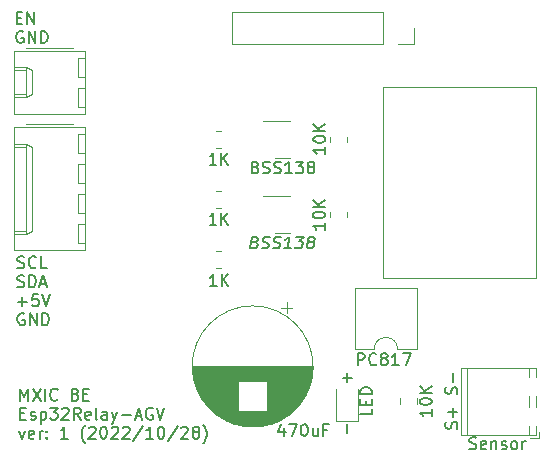
<source format=gbr>
%TF.GenerationSoftware,KiCad,Pcbnew,(6.0.8-1)-1*%
%TF.CreationDate,2022-10-27T21:51:23+08:00*%
%TF.ProjectId,Esp32_AGV_Relay,45737033-325f-4414-9756-5f52656c6179,rev?*%
%TF.SameCoordinates,Original*%
%TF.FileFunction,Legend,Top*%
%TF.FilePolarity,Positive*%
%FSLAX46Y46*%
G04 Gerber Fmt 4.6, Leading zero omitted, Abs format (unit mm)*
G04 Created by KiCad (PCBNEW (6.0.8-1)-1) date 2022-10-27 21:51:23*
%MOMM*%
%LPD*%
G01*
G04 APERTURE LIST*
%ADD10C,0.150000*%
%ADD11C,0.120000*%
G04 APERTURE END LIST*
D10*
X120045595Y-124952380D02*
X120045595Y-123952380D01*
X120378928Y-124666666D01*
X120712261Y-123952380D01*
X120712261Y-124952380D01*
X121093214Y-123952380D02*
X121759880Y-124952380D01*
X121759880Y-123952380D02*
X121093214Y-124952380D01*
X122140833Y-124952380D02*
X122140833Y-123952380D01*
X123188452Y-124857142D02*
X123140833Y-124904761D01*
X122997976Y-124952380D01*
X122902738Y-124952380D01*
X122759880Y-124904761D01*
X122664642Y-124809523D01*
X122617023Y-124714285D01*
X122569404Y-124523809D01*
X122569404Y-124380952D01*
X122617023Y-124190476D01*
X122664642Y-124095238D01*
X122759880Y-124000000D01*
X122902738Y-123952380D01*
X122997976Y-123952380D01*
X123140833Y-124000000D01*
X123188452Y-124047619D01*
X124712261Y-124428571D02*
X124855119Y-124476190D01*
X124902738Y-124523809D01*
X124950357Y-124619047D01*
X124950357Y-124761904D01*
X124902738Y-124857142D01*
X124855119Y-124904761D01*
X124759880Y-124952380D01*
X124378928Y-124952380D01*
X124378928Y-123952380D01*
X124712261Y-123952380D01*
X124807500Y-124000000D01*
X124855119Y-124047619D01*
X124902738Y-124142857D01*
X124902738Y-124238095D01*
X124855119Y-124333333D01*
X124807500Y-124380952D01*
X124712261Y-124428571D01*
X124378928Y-124428571D01*
X125378928Y-124428571D02*
X125712261Y-124428571D01*
X125855119Y-124952380D02*
X125378928Y-124952380D01*
X125378928Y-123952380D01*
X125855119Y-123952380D01*
X120045595Y-126038571D02*
X120378928Y-126038571D01*
X120521785Y-126562380D02*
X120045595Y-126562380D01*
X120045595Y-125562380D01*
X120521785Y-125562380D01*
X120902738Y-126514761D02*
X120997976Y-126562380D01*
X121188452Y-126562380D01*
X121283690Y-126514761D01*
X121331309Y-126419523D01*
X121331309Y-126371904D01*
X121283690Y-126276666D01*
X121188452Y-126229047D01*
X121045595Y-126229047D01*
X120950357Y-126181428D01*
X120902738Y-126086190D01*
X120902738Y-126038571D01*
X120950357Y-125943333D01*
X121045595Y-125895714D01*
X121188452Y-125895714D01*
X121283690Y-125943333D01*
X121759880Y-125895714D02*
X121759880Y-126895714D01*
X121759880Y-125943333D02*
X121855119Y-125895714D01*
X122045595Y-125895714D01*
X122140833Y-125943333D01*
X122188452Y-125990952D01*
X122236071Y-126086190D01*
X122236071Y-126371904D01*
X122188452Y-126467142D01*
X122140833Y-126514761D01*
X122045595Y-126562380D01*
X121855119Y-126562380D01*
X121759880Y-126514761D01*
X122569404Y-125562380D02*
X123188452Y-125562380D01*
X122855119Y-125943333D01*
X122997976Y-125943333D01*
X123093214Y-125990952D01*
X123140833Y-126038571D01*
X123188452Y-126133809D01*
X123188452Y-126371904D01*
X123140833Y-126467142D01*
X123093214Y-126514761D01*
X122997976Y-126562380D01*
X122712261Y-126562380D01*
X122617023Y-126514761D01*
X122569404Y-126467142D01*
X123569404Y-125657619D02*
X123617023Y-125610000D01*
X123712261Y-125562380D01*
X123950357Y-125562380D01*
X124045595Y-125610000D01*
X124093214Y-125657619D01*
X124140833Y-125752857D01*
X124140833Y-125848095D01*
X124093214Y-125990952D01*
X123521785Y-126562380D01*
X124140833Y-126562380D01*
X125140833Y-126562380D02*
X124807500Y-126086190D01*
X124569404Y-126562380D02*
X124569404Y-125562380D01*
X124950357Y-125562380D01*
X125045595Y-125610000D01*
X125093214Y-125657619D01*
X125140833Y-125752857D01*
X125140833Y-125895714D01*
X125093214Y-125990952D01*
X125045595Y-126038571D01*
X124950357Y-126086190D01*
X124569404Y-126086190D01*
X125950357Y-126514761D02*
X125855119Y-126562380D01*
X125664642Y-126562380D01*
X125569404Y-126514761D01*
X125521785Y-126419523D01*
X125521785Y-126038571D01*
X125569404Y-125943333D01*
X125664642Y-125895714D01*
X125855119Y-125895714D01*
X125950357Y-125943333D01*
X125997976Y-126038571D01*
X125997976Y-126133809D01*
X125521785Y-126229047D01*
X126569404Y-126562380D02*
X126474166Y-126514761D01*
X126426547Y-126419523D01*
X126426547Y-125562380D01*
X127378928Y-126562380D02*
X127378928Y-126038571D01*
X127331309Y-125943333D01*
X127236071Y-125895714D01*
X127045595Y-125895714D01*
X126950357Y-125943333D01*
X127378928Y-126514761D02*
X127283690Y-126562380D01*
X127045595Y-126562380D01*
X126950357Y-126514761D01*
X126902738Y-126419523D01*
X126902738Y-126324285D01*
X126950357Y-126229047D01*
X127045595Y-126181428D01*
X127283690Y-126181428D01*
X127378928Y-126133809D01*
X127759880Y-125895714D02*
X127997976Y-126562380D01*
X128236071Y-125895714D02*
X127997976Y-126562380D01*
X127902738Y-126800476D01*
X127855119Y-126848095D01*
X127759880Y-126895714D01*
X128617023Y-126181428D02*
X129378928Y-126181428D01*
X129807500Y-126276666D02*
X130283690Y-126276666D01*
X129712261Y-126562380D02*
X130045595Y-125562380D01*
X130378928Y-126562380D01*
X131236071Y-125610000D02*
X131140833Y-125562380D01*
X130997976Y-125562380D01*
X130855119Y-125610000D01*
X130759880Y-125705238D01*
X130712261Y-125800476D01*
X130664642Y-125990952D01*
X130664642Y-126133809D01*
X130712261Y-126324285D01*
X130759880Y-126419523D01*
X130855119Y-126514761D01*
X130997976Y-126562380D01*
X131093214Y-126562380D01*
X131236071Y-126514761D01*
X131283690Y-126467142D01*
X131283690Y-126133809D01*
X131093214Y-126133809D01*
X131569404Y-125562380D02*
X131902738Y-126562380D01*
X132236071Y-125562380D01*
X119950357Y-127505714D02*
X120188452Y-128172380D01*
X120426547Y-127505714D01*
X121188452Y-128124761D02*
X121093214Y-128172380D01*
X120902738Y-128172380D01*
X120807500Y-128124761D01*
X120759880Y-128029523D01*
X120759880Y-127648571D01*
X120807500Y-127553333D01*
X120902738Y-127505714D01*
X121093214Y-127505714D01*
X121188452Y-127553333D01*
X121236071Y-127648571D01*
X121236071Y-127743809D01*
X120759880Y-127839047D01*
X121664642Y-128172380D02*
X121664642Y-127505714D01*
X121664642Y-127696190D02*
X121712261Y-127600952D01*
X121759880Y-127553333D01*
X121855119Y-127505714D01*
X121950357Y-127505714D01*
X122283690Y-128077142D02*
X122331309Y-128124761D01*
X122283690Y-128172380D01*
X122236071Y-128124761D01*
X122283690Y-128077142D01*
X122283690Y-128172380D01*
X122283690Y-127553333D02*
X122331309Y-127600952D01*
X122283690Y-127648571D01*
X122236071Y-127600952D01*
X122283690Y-127553333D01*
X122283690Y-127648571D01*
X124045595Y-128172380D02*
X123474166Y-128172380D01*
X123759880Y-128172380D02*
X123759880Y-127172380D01*
X123664642Y-127315238D01*
X123569404Y-127410476D01*
X123474166Y-127458095D01*
X125521785Y-128553333D02*
X125474166Y-128505714D01*
X125378928Y-128362857D01*
X125331309Y-128267619D01*
X125283690Y-128124761D01*
X125236071Y-127886666D01*
X125236071Y-127696190D01*
X125283690Y-127458095D01*
X125331309Y-127315238D01*
X125378928Y-127220000D01*
X125474166Y-127077142D01*
X125521785Y-127029523D01*
X125855119Y-127267619D02*
X125902738Y-127220000D01*
X125997976Y-127172380D01*
X126236071Y-127172380D01*
X126331309Y-127220000D01*
X126378928Y-127267619D01*
X126426547Y-127362857D01*
X126426547Y-127458095D01*
X126378928Y-127600952D01*
X125807500Y-128172380D01*
X126426547Y-128172380D01*
X127045595Y-127172380D02*
X127140833Y-127172380D01*
X127236071Y-127220000D01*
X127283690Y-127267619D01*
X127331309Y-127362857D01*
X127378928Y-127553333D01*
X127378928Y-127791428D01*
X127331309Y-127981904D01*
X127283690Y-128077142D01*
X127236071Y-128124761D01*
X127140833Y-128172380D01*
X127045595Y-128172380D01*
X126950357Y-128124761D01*
X126902738Y-128077142D01*
X126855119Y-127981904D01*
X126807500Y-127791428D01*
X126807500Y-127553333D01*
X126855119Y-127362857D01*
X126902738Y-127267619D01*
X126950357Y-127220000D01*
X127045595Y-127172380D01*
X127759880Y-127267619D02*
X127807500Y-127220000D01*
X127902738Y-127172380D01*
X128140833Y-127172380D01*
X128236071Y-127220000D01*
X128283690Y-127267619D01*
X128331309Y-127362857D01*
X128331309Y-127458095D01*
X128283690Y-127600952D01*
X127712261Y-128172380D01*
X128331309Y-128172380D01*
X128712261Y-127267619D02*
X128759880Y-127220000D01*
X128855119Y-127172380D01*
X129093214Y-127172380D01*
X129188452Y-127220000D01*
X129236071Y-127267619D01*
X129283690Y-127362857D01*
X129283690Y-127458095D01*
X129236071Y-127600952D01*
X128664642Y-128172380D01*
X129283690Y-128172380D01*
X130426547Y-127124761D02*
X129569404Y-128410476D01*
X131283690Y-128172380D02*
X130712261Y-128172380D01*
X130997976Y-128172380D02*
X130997976Y-127172380D01*
X130902738Y-127315238D01*
X130807500Y-127410476D01*
X130712261Y-127458095D01*
X131902738Y-127172380D02*
X131997976Y-127172380D01*
X132093214Y-127220000D01*
X132140833Y-127267619D01*
X132188452Y-127362857D01*
X132236071Y-127553333D01*
X132236071Y-127791428D01*
X132188452Y-127981904D01*
X132140833Y-128077142D01*
X132093214Y-128124761D01*
X131997976Y-128172380D01*
X131902738Y-128172380D01*
X131807500Y-128124761D01*
X131759880Y-128077142D01*
X131712261Y-127981904D01*
X131664642Y-127791428D01*
X131664642Y-127553333D01*
X131712261Y-127362857D01*
X131759880Y-127267619D01*
X131807500Y-127220000D01*
X131902738Y-127172380D01*
X133378928Y-127124761D02*
X132521785Y-128410476D01*
X133664642Y-127267619D02*
X133712261Y-127220000D01*
X133807500Y-127172380D01*
X134045595Y-127172380D01*
X134140833Y-127220000D01*
X134188452Y-127267619D01*
X134236071Y-127362857D01*
X134236071Y-127458095D01*
X134188452Y-127600952D01*
X133617023Y-128172380D01*
X134236071Y-128172380D01*
X134807500Y-127600952D02*
X134712261Y-127553333D01*
X134664642Y-127505714D01*
X134617023Y-127410476D01*
X134617023Y-127362857D01*
X134664642Y-127267619D01*
X134712261Y-127220000D01*
X134807500Y-127172380D01*
X134997976Y-127172380D01*
X135093214Y-127220000D01*
X135140833Y-127267619D01*
X135188452Y-127362857D01*
X135188452Y-127410476D01*
X135140833Y-127505714D01*
X135093214Y-127553333D01*
X134997976Y-127600952D01*
X134807500Y-127600952D01*
X134712261Y-127648571D01*
X134664642Y-127696190D01*
X134617023Y-127791428D01*
X134617023Y-127981904D01*
X134664642Y-128077142D01*
X134712261Y-128124761D01*
X134807500Y-128172380D01*
X134997976Y-128172380D01*
X135093214Y-128124761D01*
X135140833Y-128077142D01*
X135188452Y-127981904D01*
X135188452Y-127791428D01*
X135140833Y-127696190D01*
X135093214Y-127648571D01*
X134997976Y-127600952D01*
X135521785Y-128553333D02*
X135569404Y-128505714D01*
X135664642Y-128362857D01*
X135712261Y-128267619D01*
X135759880Y-128124761D01*
X135807500Y-127886666D01*
X135807500Y-127696190D01*
X135759880Y-127458095D01*
X135712261Y-127315238D01*
X135664642Y-127220000D01*
X135569404Y-127077142D01*
X135521785Y-127029523D01*
X119787976Y-113689761D02*
X119930833Y-113737380D01*
X120168928Y-113737380D01*
X120264166Y-113689761D01*
X120311785Y-113642142D01*
X120359404Y-113546904D01*
X120359404Y-113451666D01*
X120311785Y-113356428D01*
X120264166Y-113308809D01*
X120168928Y-113261190D01*
X119978452Y-113213571D01*
X119883214Y-113165952D01*
X119835595Y-113118333D01*
X119787976Y-113023095D01*
X119787976Y-112927857D01*
X119835595Y-112832619D01*
X119883214Y-112785000D01*
X119978452Y-112737380D01*
X120216547Y-112737380D01*
X120359404Y-112785000D01*
X121359404Y-113642142D02*
X121311785Y-113689761D01*
X121168928Y-113737380D01*
X121073690Y-113737380D01*
X120930833Y-113689761D01*
X120835595Y-113594523D01*
X120787976Y-113499285D01*
X120740357Y-113308809D01*
X120740357Y-113165952D01*
X120787976Y-112975476D01*
X120835595Y-112880238D01*
X120930833Y-112785000D01*
X121073690Y-112737380D01*
X121168928Y-112737380D01*
X121311785Y-112785000D01*
X121359404Y-112832619D01*
X122264166Y-113737380D02*
X121787976Y-113737380D01*
X121787976Y-112737380D01*
X119787976Y-115299761D02*
X119930833Y-115347380D01*
X120168928Y-115347380D01*
X120264166Y-115299761D01*
X120311785Y-115252142D01*
X120359404Y-115156904D01*
X120359404Y-115061666D01*
X120311785Y-114966428D01*
X120264166Y-114918809D01*
X120168928Y-114871190D01*
X119978452Y-114823571D01*
X119883214Y-114775952D01*
X119835595Y-114728333D01*
X119787976Y-114633095D01*
X119787976Y-114537857D01*
X119835595Y-114442619D01*
X119883214Y-114395000D01*
X119978452Y-114347380D01*
X120216547Y-114347380D01*
X120359404Y-114395000D01*
X120787976Y-115347380D02*
X120787976Y-114347380D01*
X121026071Y-114347380D01*
X121168928Y-114395000D01*
X121264166Y-114490238D01*
X121311785Y-114585476D01*
X121359404Y-114775952D01*
X121359404Y-114918809D01*
X121311785Y-115109285D01*
X121264166Y-115204523D01*
X121168928Y-115299761D01*
X121026071Y-115347380D01*
X120787976Y-115347380D01*
X121740357Y-115061666D02*
X122216547Y-115061666D01*
X121645119Y-115347380D02*
X121978452Y-114347380D01*
X122311785Y-115347380D01*
X119835595Y-116576428D02*
X120597500Y-116576428D01*
X120216547Y-116957380D02*
X120216547Y-116195476D01*
X121549880Y-115957380D02*
X121073690Y-115957380D01*
X121026071Y-116433571D01*
X121073690Y-116385952D01*
X121168928Y-116338333D01*
X121407023Y-116338333D01*
X121502261Y-116385952D01*
X121549880Y-116433571D01*
X121597500Y-116528809D01*
X121597500Y-116766904D01*
X121549880Y-116862142D01*
X121502261Y-116909761D01*
X121407023Y-116957380D01*
X121168928Y-116957380D01*
X121073690Y-116909761D01*
X121026071Y-116862142D01*
X121883214Y-115957380D02*
X122216547Y-116957380D01*
X122549880Y-115957380D01*
X120359404Y-117615000D02*
X120264166Y-117567380D01*
X120121309Y-117567380D01*
X119978452Y-117615000D01*
X119883214Y-117710238D01*
X119835595Y-117805476D01*
X119787976Y-117995952D01*
X119787976Y-118138809D01*
X119835595Y-118329285D01*
X119883214Y-118424523D01*
X119978452Y-118519761D01*
X120121309Y-118567380D01*
X120216547Y-118567380D01*
X120359404Y-118519761D01*
X120407023Y-118472142D01*
X120407023Y-118138809D01*
X120216547Y-118138809D01*
X120835595Y-118567380D02*
X120835595Y-117567380D01*
X121407023Y-118567380D01*
X121407023Y-117567380D01*
X121883214Y-118567380D02*
X121883214Y-117567380D01*
X122121309Y-117567380D01*
X122264166Y-117615000D01*
X122359404Y-117710238D01*
X122407023Y-117805476D01*
X122454642Y-117995952D01*
X122454642Y-118138809D01*
X122407023Y-118329285D01*
X122359404Y-118424523D01*
X122264166Y-118519761D01*
X122121309Y-118567380D01*
X121883214Y-118567380D01*
X119735595Y-92523571D02*
X120068928Y-92523571D01*
X120211785Y-93047380D02*
X119735595Y-93047380D01*
X119735595Y-92047380D01*
X120211785Y-92047380D01*
X120640357Y-93047380D02*
X120640357Y-92047380D01*
X121211785Y-93047380D01*
X121211785Y-92047380D01*
X120259404Y-93705000D02*
X120164166Y-93657380D01*
X120021309Y-93657380D01*
X119878452Y-93705000D01*
X119783214Y-93800238D01*
X119735595Y-93895476D01*
X119687976Y-94085952D01*
X119687976Y-94228809D01*
X119735595Y-94419285D01*
X119783214Y-94514523D01*
X119878452Y-94609761D01*
X120021309Y-94657380D01*
X120116547Y-94657380D01*
X120259404Y-94609761D01*
X120307023Y-94562142D01*
X120307023Y-94228809D01*
X120116547Y-94228809D01*
X120735595Y-94657380D02*
X120735595Y-93657380D01*
X121307023Y-94657380D01*
X121307023Y-93657380D01*
X121783214Y-94657380D02*
X121783214Y-93657380D01*
X122021309Y-93657380D01*
X122164166Y-93705000D01*
X122259404Y-93800238D01*
X122307023Y-93895476D01*
X122354642Y-94085952D01*
X122354642Y-94228809D01*
X122307023Y-94419285D01*
X122259404Y-94514523D01*
X122164166Y-94609761D01*
X122021309Y-94657380D01*
X121783214Y-94657380D01*
X156984761Y-127330952D02*
X157032380Y-127188095D01*
X157032380Y-126950000D01*
X156984761Y-126854761D01*
X156937142Y-126807142D01*
X156841904Y-126759523D01*
X156746666Y-126759523D01*
X156651428Y-126807142D01*
X156603809Y-126854761D01*
X156556190Y-126950000D01*
X156508571Y-127140476D01*
X156460952Y-127235714D01*
X156413333Y-127283333D01*
X156318095Y-127330952D01*
X156222857Y-127330952D01*
X156127619Y-127283333D01*
X156080000Y-127235714D01*
X156032380Y-127140476D01*
X156032380Y-126902380D01*
X156080000Y-126759523D01*
X156651428Y-126330952D02*
X156651428Y-125569047D01*
X157032380Y-125950000D02*
X156270476Y-125950000D01*
X156984761Y-124378571D02*
X157032380Y-124235714D01*
X157032380Y-123997619D01*
X156984761Y-123902380D01*
X156937142Y-123854761D01*
X156841904Y-123807142D01*
X156746666Y-123807142D01*
X156651428Y-123854761D01*
X156603809Y-123902380D01*
X156556190Y-123997619D01*
X156508571Y-124188095D01*
X156460952Y-124283333D01*
X156413333Y-124330952D01*
X156318095Y-124378571D01*
X156222857Y-124378571D01*
X156127619Y-124330952D01*
X156080000Y-124283333D01*
X156032380Y-124188095D01*
X156032380Y-123950000D01*
X156080000Y-123807142D01*
X156651428Y-123378571D02*
X156651428Y-122616666D01*
X147701428Y-127693809D02*
X147701428Y-126931904D01*
X147701428Y-123408095D02*
X147701428Y-122646190D01*
X148082380Y-123027142D02*
X147320476Y-123027142D01*
%TO.C,J1*%
X158066666Y-129014761D02*
X158209523Y-129062380D01*
X158447619Y-129062380D01*
X158542857Y-129014761D01*
X158590476Y-128967142D01*
X158638095Y-128871904D01*
X158638095Y-128776666D01*
X158590476Y-128681428D01*
X158542857Y-128633809D01*
X158447619Y-128586190D01*
X158257142Y-128538571D01*
X158161904Y-128490952D01*
X158114285Y-128443333D01*
X158066666Y-128348095D01*
X158066666Y-128252857D01*
X158114285Y-128157619D01*
X158161904Y-128110000D01*
X158257142Y-128062380D01*
X158495238Y-128062380D01*
X158638095Y-128110000D01*
X159447619Y-129014761D02*
X159352380Y-129062380D01*
X159161904Y-129062380D01*
X159066666Y-129014761D01*
X159019047Y-128919523D01*
X159019047Y-128538571D01*
X159066666Y-128443333D01*
X159161904Y-128395714D01*
X159352380Y-128395714D01*
X159447619Y-128443333D01*
X159495238Y-128538571D01*
X159495238Y-128633809D01*
X159019047Y-128729047D01*
X159923809Y-128395714D02*
X159923809Y-129062380D01*
X159923809Y-128490952D02*
X159971428Y-128443333D01*
X160066666Y-128395714D01*
X160209523Y-128395714D01*
X160304761Y-128443333D01*
X160352380Y-128538571D01*
X160352380Y-129062380D01*
X160780952Y-129014761D02*
X160876190Y-129062380D01*
X161066666Y-129062380D01*
X161161904Y-129014761D01*
X161209523Y-128919523D01*
X161209523Y-128871904D01*
X161161904Y-128776666D01*
X161066666Y-128729047D01*
X160923809Y-128729047D01*
X160828571Y-128681428D01*
X160780952Y-128586190D01*
X160780952Y-128538571D01*
X160828571Y-128443333D01*
X160923809Y-128395714D01*
X161066666Y-128395714D01*
X161161904Y-128443333D01*
X161780952Y-129062380D02*
X161685714Y-129014761D01*
X161638095Y-128967142D01*
X161590476Y-128871904D01*
X161590476Y-128586190D01*
X161638095Y-128490952D01*
X161685714Y-128443333D01*
X161780952Y-128395714D01*
X161923809Y-128395714D01*
X162019047Y-128443333D01*
X162066666Y-128490952D01*
X162114285Y-128586190D01*
X162114285Y-128871904D01*
X162066666Y-128967142D01*
X162019047Y-129014761D01*
X161923809Y-129062380D01*
X161780952Y-129062380D01*
X162542857Y-129062380D02*
X162542857Y-128395714D01*
X162542857Y-128586190D02*
X162590476Y-128490952D01*
X162638095Y-128443333D01*
X162733333Y-128395714D01*
X162828571Y-128395714D01*
%TO.C,R3*%
X145802380Y-109910476D02*
X145802380Y-110481904D01*
X145802380Y-110196190D02*
X144802380Y-110196190D01*
X144945238Y-110291428D01*
X145040476Y-110386666D01*
X145088095Y-110481904D01*
X144802380Y-109291428D02*
X144802380Y-109196190D01*
X144850000Y-109100952D01*
X144897619Y-109053333D01*
X144992857Y-109005714D01*
X145183333Y-108958095D01*
X145421428Y-108958095D01*
X145611904Y-109005714D01*
X145707142Y-109053333D01*
X145754761Y-109100952D01*
X145802380Y-109196190D01*
X145802380Y-109291428D01*
X145754761Y-109386666D01*
X145707142Y-109434285D01*
X145611904Y-109481904D01*
X145421428Y-109529523D01*
X145183333Y-109529523D01*
X144992857Y-109481904D01*
X144897619Y-109434285D01*
X144850000Y-109386666D01*
X144802380Y-109291428D01*
X145802380Y-108529523D02*
X144802380Y-108529523D01*
X145802380Y-107958095D02*
X145230952Y-108386666D01*
X144802380Y-107958095D02*
X145373809Y-108529523D01*
%TO.C,R4*%
X136625714Y-110052380D02*
X136054285Y-110052380D01*
X136340000Y-110052380D02*
X136340000Y-109052380D01*
X136244761Y-109195238D01*
X136149523Y-109290476D01*
X136054285Y-109338095D01*
X137054285Y-110052380D02*
X137054285Y-109052380D01*
X137625714Y-110052380D02*
X137197142Y-109480952D01*
X137625714Y-109052380D02*
X137054285Y-109623809D01*
%TO.C,R5*%
X145852380Y-103490476D02*
X145852380Y-104061904D01*
X145852380Y-103776190D02*
X144852380Y-103776190D01*
X144995238Y-103871428D01*
X145090476Y-103966666D01*
X145138095Y-104061904D01*
X144852380Y-102871428D02*
X144852380Y-102776190D01*
X144900000Y-102680952D01*
X144947619Y-102633333D01*
X145042857Y-102585714D01*
X145233333Y-102538095D01*
X145471428Y-102538095D01*
X145661904Y-102585714D01*
X145757142Y-102633333D01*
X145804761Y-102680952D01*
X145852380Y-102776190D01*
X145852380Y-102871428D01*
X145804761Y-102966666D01*
X145757142Y-103014285D01*
X145661904Y-103061904D01*
X145471428Y-103109523D01*
X145233333Y-103109523D01*
X145042857Y-103061904D01*
X144947619Y-103014285D01*
X144900000Y-102966666D01*
X144852380Y-102871428D01*
X145852380Y-102109523D02*
X144852380Y-102109523D01*
X145852380Y-101538095D02*
X145280952Y-101966666D01*
X144852380Y-101538095D02*
X145423809Y-102109523D01*
%TO.C,R6*%
X136625714Y-104972380D02*
X136054285Y-104972380D01*
X136340000Y-104972380D02*
X136340000Y-103972380D01*
X136244761Y-104115238D01*
X136149523Y-104210476D01*
X136054285Y-104258095D01*
X137054285Y-104972380D02*
X137054285Y-103972380D01*
X137625714Y-104972380D02*
X137197142Y-104400952D01*
X137625714Y-103972380D02*
X137054285Y-104543809D01*
%TO.C,Q2*%
X139942976Y-105198571D02*
X140085833Y-105246190D01*
X140133452Y-105293809D01*
X140181071Y-105389047D01*
X140181071Y-105531904D01*
X140133452Y-105627142D01*
X140085833Y-105674761D01*
X139990595Y-105722380D01*
X139609642Y-105722380D01*
X139609642Y-104722380D01*
X139942976Y-104722380D01*
X140038214Y-104770000D01*
X140085833Y-104817619D01*
X140133452Y-104912857D01*
X140133452Y-105008095D01*
X140085833Y-105103333D01*
X140038214Y-105150952D01*
X139942976Y-105198571D01*
X139609642Y-105198571D01*
X140562023Y-105674761D02*
X140704880Y-105722380D01*
X140942976Y-105722380D01*
X141038214Y-105674761D01*
X141085833Y-105627142D01*
X141133452Y-105531904D01*
X141133452Y-105436666D01*
X141085833Y-105341428D01*
X141038214Y-105293809D01*
X140942976Y-105246190D01*
X140752500Y-105198571D01*
X140657261Y-105150952D01*
X140609642Y-105103333D01*
X140562023Y-105008095D01*
X140562023Y-104912857D01*
X140609642Y-104817619D01*
X140657261Y-104770000D01*
X140752500Y-104722380D01*
X140990595Y-104722380D01*
X141133452Y-104770000D01*
X141514404Y-105674761D02*
X141657261Y-105722380D01*
X141895357Y-105722380D01*
X141990595Y-105674761D01*
X142038214Y-105627142D01*
X142085833Y-105531904D01*
X142085833Y-105436666D01*
X142038214Y-105341428D01*
X141990595Y-105293809D01*
X141895357Y-105246190D01*
X141704880Y-105198571D01*
X141609642Y-105150952D01*
X141562023Y-105103333D01*
X141514404Y-105008095D01*
X141514404Y-104912857D01*
X141562023Y-104817619D01*
X141609642Y-104770000D01*
X141704880Y-104722380D01*
X141942976Y-104722380D01*
X142085833Y-104770000D01*
X143038214Y-105722380D02*
X142466785Y-105722380D01*
X142752500Y-105722380D02*
X142752500Y-104722380D01*
X142657261Y-104865238D01*
X142562023Y-104960476D01*
X142466785Y-105008095D01*
X143371547Y-104722380D02*
X143990595Y-104722380D01*
X143657261Y-105103333D01*
X143800119Y-105103333D01*
X143895357Y-105150952D01*
X143942976Y-105198571D01*
X143990595Y-105293809D01*
X143990595Y-105531904D01*
X143942976Y-105627142D01*
X143895357Y-105674761D01*
X143800119Y-105722380D01*
X143514404Y-105722380D01*
X143419166Y-105674761D01*
X143371547Y-105627142D01*
X144562023Y-105150952D02*
X144466785Y-105103333D01*
X144419166Y-105055714D01*
X144371547Y-104960476D01*
X144371547Y-104912857D01*
X144419166Y-104817619D01*
X144466785Y-104770000D01*
X144562023Y-104722380D01*
X144752500Y-104722380D01*
X144847738Y-104770000D01*
X144895357Y-104817619D01*
X144942976Y-104912857D01*
X144942976Y-104960476D01*
X144895357Y-105055714D01*
X144847738Y-105103333D01*
X144752500Y-105150952D01*
X144562023Y-105150952D01*
X144466785Y-105198571D01*
X144419166Y-105246190D01*
X144371547Y-105341428D01*
X144371547Y-105531904D01*
X144419166Y-105627142D01*
X144466785Y-105674761D01*
X144562023Y-105722380D01*
X144752500Y-105722380D01*
X144847738Y-105674761D01*
X144895357Y-105627142D01*
X144942976Y-105531904D01*
X144942976Y-105341428D01*
X144895357Y-105246190D01*
X144847738Y-105198571D01*
X144752500Y-105150952D01*
%TO.C,R2*%
X136651245Y-115245140D02*
X136079816Y-115245140D01*
X136365531Y-115245140D02*
X136365531Y-114245140D01*
X136270292Y-114387998D01*
X136175054Y-114483236D01*
X136079816Y-114530855D01*
X137079816Y-115245140D02*
X137079816Y-114245140D01*
X137651245Y-115245140D02*
X137222673Y-114673712D01*
X137651245Y-114245140D02*
X137079816Y-114816569D01*
%TO.C,R1*%
X154852380Y-125690476D02*
X154852380Y-126261904D01*
X154852380Y-125976190D02*
X153852380Y-125976190D01*
X153995238Y-126071428D01*
X154090476Y-126166666D01*
X154138095Y-126261904D01*
X153852380Y-125071428D02*
X153852380Y-124976190D01*
X153900000Y-124880952D01*
X153947619Y-124833333D01*
X154042857Y-124785714D01*
X154233333Y-124738095D01*
X154471428Y-124738095D01*
X154661904Y-124785714D01*
X154757142Y-124833333D01*
X154804761Y-124880952D01*
X154852380Y-124976190D01*
X154852380Y-125071428D01*
X154804761Y-125166666D01*
X154757142Y-125214285D01*
X154661904Y-125261904D01*
X154471428Y-125309523D01*
X154233333Y-125309523D01*
X154042857Y-125261904D01*
X153947619Y-125214285D01*
X153900000Y-125166666D01*
X153852380Y-125071428D01*
X154852380Y-124309523D02*
X153852380Y-124309523D01*
X154852380Y-123738095D02*
X154280952Y-124166666D01*
X153852380Y-123738095D02*
X154423809Y-124309523D01*
%TO.C,U1*%
X148609523Y-121952380D02*
X148609523Y-120952380D01*
X148990476Y-120952380D01*
X149085714Y-121000000D01*
X149133333Y-121047619D01*
X149180952Y-121142857D01*
X149180952Y-121285714D01*
X149133333Y-121380952D01*
X149085714Y-121428571D01*
X148990476Y-121476190D01*
X148609523Y-121476190D01*
X150180952Y-121857142D02*
X150133333Y-121904761D01*
X149990476Y-121952380D01*
X149895238Y-121952380D01*
X149752380Y-121904761D01*
X149657142Y-121809523D01*
X149609523Y-121714285D01*
X149561904Y-121523809D01*
X149561904Y-121380952D01*
X149609523Y-121190476D01*
X149657142Y-121095238D01*
X149752380Y-121000000D01*
X149895238Y-120952380D01*
X149990476Y-120952380D01*
X150133333Y-121000000D01*
X150180952Y-121047619D01*
X150752380Y-121380952D02*
X150657142Y-121333333D01*
X150609523Y-121285714D01*
X150561904Y-121190476D01*
X150561904Y-121142857D01*
X150609523Y-121047619D01*
X150657142Y-121000000D01*
X150752380Y-120952380D01*
X150942857Y-120952380D01*
X151038095Y-121000000D01*
X151085714Y-121047619D01*
X151133333Y-121142857D01*
X151133333Y-121190476D01*
X151085714Y-121285714D01*
X151038095Y-121333333D01*
X150942857Y-121380952D01*
X150752380Y-121380952D01*
X150657142Y-121428571D01*
X150609523Y-121476190D01*
X150561904Y-121571428D01*
X150561904Y-121761904D01*
X150609523Y-121857142D01*
X150657142Y-121904761D01*
X150752380Y-121952380D01*
X150942857Y-121952380D01*
X151038095Y-121904761D01*
X151085714Y-121857142D01*
X151133333Y-121761904D01*
X151133333Y-121571428D01*
X151085714Y-121476190D01*
X151038095Y-121428571D01*
X150942857Y-121380952D01*
X152085714Y-121952380D02*
X151514285Y-121952380D01*
X151800000Y-121952380D02*
X151800000Y-120952380D01*
X151704761Y-121095238D01*
X151609523Y-121190476D01*
X151514285Y-121238095D01*
X152419047Y-120952380D02*
X153085714Y-120952380D01*
X152657142Y-121952380D01*
%TO.C,Q1*%
X139913779Y-111548571D02*
X140050684Y-111596190D01*
X140092351Y-111643809D01*
X140128065Y-111739047D01*
X140110208Y-111881904D01*
X140050684Y-111977142D01*
X139997113Y-112024761D01*
X139895922Y-112072380D01*
X139514970Y-112072380D01*
X139639970Y-111072380D01*
X139973303Y-111072380D01*
X140062589Y-111120000D01*
X140104255Y-111167619D01*
X140139970Y-111262857D01*
X140128065Y-111358095D01*
X140068541Y-111453333D01*
X140014970Y-111500952D01*
X139913779Y-111548571D01*
X139580446Y-111548571D01*
X140473303Y-112024761D02*
X140610208Y-112072380D01*
X140848303Y-112072380D01*
X140949494Y-112024761D01*
X141003065Y-111977142D01*
X141062589Y-111881904D01*
X141074494Y-111786666D01*
X141038779Y-111691428D01*
X140997113Y-111643809D01*
X140907827Y-111596190D01*
X140723303Y-111548571D01*
X140634017Y-111500952D01*
X140592351Y-111453333D01*
X140556636Y-111358095D01*
X140568541Y-111262857D01*
X140628065Y-111167619D01*
X140681636Y-111120000D01*
X140782827Y-111072380D01*
X141020922Y-111072380D01*
X141157827Y-111120000D01*
X141425684Y-112024761D02*
X141562589Y-112072380D01*
X141800684Y-112072380D01*
X141901875Y-112024761D01*
X141955446Y-111977142D01*
X142014970Y-111881904D01*
X142026875Y-111786666D01*
X141991160Y-111691428D01*
X141949494Y-111643809D01*
X141860208Y-111596190D01*
X141675684Y-111548571D01*
X141586398Y-111500952D01*
X141544732Y-111453333D01*
X141509017Y-111358095D01*
X141520922Y-111262857D01*
X141580446Y-111167619D01*
X141634017Y-111120000D01*
X141735208Y-111072380D01*
X141973303Y-111072380D01*
X142110208Y-111120000D01*
X142943541Y-112072380D02*
X142372113Y-112072380D01*
X142657827Y-112072380D02*
X142782827Y-111072380D01*
X142669732Y-111215238D01*
X142562589Y-111310476D01*
X142461398Y-111358095D01*
X143401875Y-111072380D02*
X144020922Y-111072380D01*
X143639970Y-111453333D01*
X143782827Y-111453333D01*
X143872113Y-111500952D01*
X143913779Y-111548571D01*
X143949494Y-111643809D01*
X143919732Y-111881904D01*
X143860208Y-111977142D01*
X143806636Y-112024761D01*
X143705446Y-112072380D01*
X143419732Y-112072380D01*
X143330446Y-112024761D01*
X143288779Y-111977142D01*
X144538779Y-111500952D02*
X144449494Y-111453333D01*
X144407827Y-111405714D01*
X144372113Y-111310476D01*
X144378065Y-111262857D01*
X144437589Y-111167619D01*
X144491160Y-111120000D01*
X144592351Y-111072380D01*
X144782827Y-111072380D01*
X144872113Y-111120000D01*
X144913779Y-111167619D01*
X144949494Y-111262857D01*
X144943541Y-111310476D01*
X144884017Y-111405714D01*
X144830446Y-111453333D01*
X144729255Y-111500952D01*
X144538779Y-111500952D01*
X144437589Y-111548571D01*
X144384017Y-111596190D01*
X144324494Y-111691428D01*
X144300684Y-111881904D01*
X144336398Y-111977142D01*
X144378065Y-112024761D01*
X144467351Y-112072380D01*
X144657827Y-112072380D01*
X144759017Y-112024761D01*
X144812589Y-111977142D01*
X144872113Y-111881904D01*
X144895922Y-111691428D01*
X144860208Y-111596190D01*
X144818541Y-111548571D01*
X144729255Y-111500952D01*
%TO.C,C1*%
X142357142Y-127285714D02*
X142357142Y-127952380D01*
X142119047Y-126904761D02*
X141880952Y-127619047D01*
X142500000Y-127619047D01*
X142785714Y-126952380D02*
X143452380Y-126952380D01*
X143023809Y-127952380D01*
X144023809Y-126952380D02*
X144119047Y-126952380D01*
X144214285Y-127000000D01*
X144261904Y-127047619D01*
X144309523Y-127142857D01*
X144357142Y-127333333D01*
X144357142Y-127571428D01*
X144309523Y-127761904D01*
X144261904Y-127857142D01*
X144214285Y-127904761D01*
X144119047Y-127952380D01*
X144023809Y-127952380D01*
X143928571Y-127904761D01*
X143880952Y-127857142D01*
X143833333Y-127761904D01*
X143785714Y-127571428D01*
X143785714Y-127333333D01*
X143833333Y-127142857D01*
X143880952Y-127047619D01*
X143928571Y-127000000D01*
X144023809Y-126952380D01*
X145214285Y-127285714D02*
X145214285Y-127952380D01*
X144785714Y-127285714D02*
X144785714Y-127809523D01*
X144833333Y-127904761D01*
X144928571Y-127952380D01*
X145071428Y-127952380D01*
X145166666Y-127904761D01*
X145214285Y-127857142D01*
X146023809Y-127428571D02*
X145690476Y-127428571D01*
X145690476Y-127952380D02*
X145690476Y-126952380D01*
X146166666Y-126952380D01*
%TO.C,D1*%
X149802380Y-125642857D02*
X149802380Y-126119047D01*
X148802380Y-126119047D01*
X149278571Y-125309523D02*
X149278571Y-124976190D01*
X149802380Y-124833333D02*
X149802380Y-125309523D01*
X148802380Y-125309523D01*
X148802380Y-124833333D01*
X149802380Y-124404761D02*
X148802380Y-124404761D01*
X148802380Y-124166666D01*
X148850000Y-124023809D01*
X148945238Y-123928571D01*
X149040476Y-123880952D01*
X149230952Y-123833333D01*
X149373809Y-123833333D01*
X149564285Y-123880952D01*
X149659523Y-123928571D01*
X149754761Y-124023809D01*
X149802380Y-124166666D01*
X149802380Y-124404761D01*
D11*
%TO.C,J7*%
X124480000Y-95060000D02*
X120480000Y-95060000D01*
X125510000Y-98470000D02*
X124910000Y-98470000D01*
X120490000Y-96730000D02*
X120490000Y-99270000D01*
X125510000Y-100650000D02*
X125510000Y-95350000D01*
X120490000Y-99270000D02*
X119490000Y-99270000D01*
X124910000Y-98470000D02*
X124910000Y-100070000D01*
X119490000Y-96730000D02*
X120490000Y-96730000D01*
X119490000Y-100650000D02*
X125510000Y-100650000D01*
X124910000Y-97530000D02*
X125510000Y-97530000D01*
X119490000Y-95350000D02*
X119490000Y-100650000D01*
X119490000Y-96980000D02*
X120490000Y-96980000D01*
X121020000Y-99020000D02*
X120490000Y-99270000D01*
X120490000Y-96730000D02*
X121020000Y-96980000D01*
X125510000Y-95350000D02*
X119490000Y-95350000D01*
X119490000Y-99020000D02*
X120490000Y-99020000D01*
X125510000Y-95930000D02*
X124910000Y-95930000D01*
X124910000Y-95930000D02*
X124910000Y-97530000D01*
X124910000Y-100070000D02*
X125510000Y-100070000D01*
X121020000Y-96980000D02*
X121020000Y-99020000D01*
%TO.C,J1*%
X157355000Y-127850000D02*
X163675000Y-127850000D01*
X157355000Y-127850000D02*
X157355000Y-122190000D01*
X157355000Y-122190000D02*
X163675000Y-122190000D01*
X163675000Y-122960000D02*
X163675000Y-122190000D01*
X157815000Y-127850000D02*
X157815000Y-122190000D01*
X163915000Y-128090000D02*
X163915000Y-127590000D01*
X163115000Y-127850000D02*
X163115000Y-127080000D01*
X163115000Y-122960000D02*
X163115000Y-122190000D01*
X163675000Y-127850000D02*
X163675000Y-127080000D01*
X163675000Y-125500000D02*
X163675000Y-124540000D01*
X163175000Y-128090000D02*
X163915000Y-128090000D01*
X163115000Y-125500000D02*
X163115000Y-124540000D01*
%TO.C,R3*%
X147735000Y-108992936D02*
X147735000Y-109447064D01*
X146265000Y-108992936D02*
X146265000Y-109447064D01*
%TO.C,J2*%
X124910000Y-110010000D02*
X124910000Y-111610000D01*
X124910000Y-109070000D02*
X125510000Y-109070000D01*
X119490000Y-103440000D02*
X120490000Y-103440000D01*
X121020000Y-103440000D02*
X121020000Y-110560000D01*
X124910000Y-107470000D02*
X124910000Y-109070000D01*
X124910000Y-104930000D02*
X124910000Y-106530000D01*
X125510000Y-112190000D02*
X125510000Y-101810000D01*
X119490000Y-103190000D02*
X120490000Y-103190000D01*
X119490000Y-101810000D02*
X119490000Y-112190000D01*
X125510000Y-107470000D02*
X124910000Y-107470000D01*
X124910000Y-106530000D02*
X125510000Y-106530000D01*
X120490000Y-110810000D02*
X119490000Y-110810000D01*
X124910000Y-111610000D02*
X125510000Y-111610000D01*
X119490000Y-110560000D02*
X120490000Y-110560000D01*
X119490000Y-112190000D02*
X125510000Y-112190000D01*
X125510000Y-110010000D02*
X124910000Y-110010000D01*
X120490000Y-103190000D02*
X120490000Y-110810000D01*
X121020000Y-110560000D02*
X120490000Y-110810000D01*
X125510000Y-101810000D02*
X119490000Y-101810000D01*
X124910000Y-102390000D02*
X124910000Y-103990000D01*
X120490000Y-103190000D02*
X121020000Y-103440000D01*
X124910000Y-103990000D02*
X125510000Y-103990000D01*
X124480000Y-101520000D02*
X120480000Y-101520000D01*
X125510000Y-102390000D02*
X124910000Y-102390000D01*
X125510000Y-104930000D02*
X124910000Y-104930000D01*
%TO.C,R4*%
X136612936Y-108685000D02*
X137067064Y-108685000D01*
X136612936Y-107215000D02*
X137067064Y-107215000D01*
%TO.C,J3*%
X163725000Y-114590000D02*
X163725000Y-98390000D01*
X150725000Y-114590000D02*
X150725000Y-98390000D01*
X150725000Y-114590000D02*
X163725000Y-114590000D01*
X150725000Y-98390000D02*
X163725000Y-98390000D01*
%TO.C,R5*%
X147735000Y-103097064D02*
X147735000Y-102642936D01*
X146265000Y-103097064D02*
X146265000Y-102642936D01*
%TO.C,R6*%
X136612936Y-103605000D02*
X137067064Y-103605000D01*
X136612936Y-102135000D02*
X137067064Y-102135000D01*
%TO.C,Q2*%
X142252500Y-104430000D02*
X142902500Y-104430000D01*
X142252500Y-104430000D02*
X141602500Y-104430000D01*
X142252500Y-101310000D02*
X140577500Y-101310000D01*
X142252500Y-101310000D02*
X142902500Y-101310000D01*
%TO.C,R2*%
X137067064Y-113765000D02*
X136612936Y-113765000D01*
X137067064Y-112295000D02*
X136612936Y-112295000D01*
%TO.C,R1*%
X152165000Y-125227064D02*
X152165000Y-124772936D01*
X153635000Y-125227064D02*
X153635000Y-124772936D01*
%TO.C,U1*%
X153640000Y-120605000D02*
X153640000Y-115405000D01*
X148340000Y-115405000D02*
X148340000Y-120605000D01*
X148340000Y-120605000D02*
X149990000Y-120605000D01*
X153640000Y-115405000D02*
X148340000Y-115405000D01*
X151990000Y-120605000D02*
X153640000Y-120605000D01*
X151990000Y-120605000D02*
G75*
G03*
X149990000Y-120605000I-1000000J0D01*
G01*
%TO.C,Q1*%
X142252500Y-107660000D02*
X140577500Y-107660000D01*
X142252500Y-110780000D02*
X142902500Y-110780000D01*
X142252500Y-110780000D02*
X141602500Y-110780000D01*
X142252500Y-107660000D02*
X142902500Y-107660000D01*
%TO.C,J6*%
X150730000Y-92070000D02*
X137970000Y-92070000D01*
X150730000Y-94730000D02*
X137970000Y-94730000D01*
X153330000Y-93400000D02*
X153330000Y-94730000D01*
X150730000Y-92070000D02*
X150730000Y-94730000D01*
X153330000Y-94730000D02*
X152000000Y-94730000D01*
X137970000Y-92070000D02*
X137970000Y-94730000D01*
%TO.C,C1*%
X143489000Y-125453323D02*
X140941000Y-125453323D01*
X138459000Y-124853323D02*
X135453000Y-124853323D01*
X138459000Y-124413323D02*
X135196000Y-124413323D01*
X144264000Y-124293323D02*
X140941000Y-124293323D01*
X144773000Y-122332323D02*
X134627000Y-122332323D01*
X141909000Y-126653323D02*
X137491000Y-126653323D01*
X138459000Y-124333323D02*
X135155000Y-124333323D01*
X142856000Y-126053323D02*
X136544000Y-126053323D01*
X144754000Y-122572323D02*
X134646000Y-122572323D01*
X140762000Y-127053323D02*
X138638000Y-127053323D01*
X144704000Y-122933323D02*
X134696000Y-122933323D01*
X143001000Y-125933323D02*
X136399000Y-125933323D01*
X144656000Y-123173323D02*
X134744000Y-123173323D01*
X144468000Y-123813323D02*
X140941000Y-123813323D01*
X138459000Y-125173323D02*
X135680000Y-125173323D01*
X144407000Y-123973323D02*
X140941000Y-123973323D01*
X138459000Y-125533323D02*
X135984000Y-125533323D01*
X142645000Y-126213323D02*
X136755000Y-126213323D01*
X144537000Y-123613323D02*
X140941000Y-123613323D01*
X142954000Y-125973323D02*
X136446000Y-125973323D01*
X138459000Y-124613323D02*
X135305000Y-124613323D01*
X144585000Y-123453323D02*
X140941000Y-123453323D01*
X138459000Y-124013323D02*
X135010000Y-124013323D01*
X138459000Y-124373323D02*
X135175000Y-124373323D01*
X140930000Y-127013323D02*
X138470000Y-127013323D01*
X144690000Y-123013323D02*
X134710000Y-123013323D01*
X144438000Y-123893323D02*
X140941000Y-123893323D01*
X144524000Y-123653323D02*
X140941000Y-123653323D01*
X144245000Y-124333323D02*
X140941000Y-124333323D01*
X138459000Y-123573323D02*
X134850000Y-123573323D01*
X142906000Y-126013323D02*
X136494000Y-126013323D01*
X138459000Y-123653323D02*
X134876000Y-123653323D01*
X144321000Y-124173323D02*
X140941000Y-124173323D01*
X143178000Y-125773323D02*
X140941000Y-125773323D01*
X144775000Y-122292323D02*
X134625000Y-122292323D01*
X138459000Y-124173323D02*
X135079000Y-124173323D01*
X144339000Y-124133323D02*
X140941000Y-124133323D01*
X141442000Y-126853323D02*
X137958000Y-126853323D01*
X143379000Y-125573323D02*
X140941000Y-125573323D01*
X144483000Y-123773323D02*
X140941000Y-123773323D01*
X138459000Y-125053323D02*
X135590000Y-125053323D01*
X138459000Y-125693323D02*
X136139000Y-125693323D01*
X144674000Y-123093323D02*
X134726000Y-123093323D01*
X144204000Y-124413323D02*
X140941000Y-124413323D01*
X143136000Y-125813323D02*
X136264000Y-125813323D01*
X143261000Y-125693323D02*
X140941000Y-125693323D01*
X144711000Y-122893323D02*
X134689000Y-122893323D01*
X138459000Y-124293323D02*
X135136000Y-124293323D01*
X144765000Y-122452323D02*
X134635000Y-122452323D01*
X144682000Y-123053323D02*
X134718000Y-123053323D01*
X143720000Y-125173323D02*
X140941000Y-125173323D01*
X144140000Y-124533323D02*
X140941000Y-124533323D01*
X142210000Y-126493323D02*
X137190000Y-126493323D01*
X144628000Y-123293323D02*
X134772000Y-123293323D01*
X141078000Y-126973323D02*
X138322000Y-126973323D01*
X142754000Y-126133323D02*
X136646000Y-126133323D01*
X138459000Y-123413323D02*
X134803000Y-123413323D01*
X144095000Y-124613323D02*
X140941000Y-124613323D01*
X144071000Y-124653323D02*
X140941000Y-124653323D01*
X143092000Y-125853323D02*
X136308000Y-125853323D01*
X143340000Y-125613323D02*
X140941000Y-125613323D01*
X138459000Y-125213323D02*
X135711000Y-125213323D01*
X143075000Y-117072677D02*
X142075000Y-117072677D01*
X138459000Y-124213323D02*
X135097000Y-124213323D01*
X144618000Y-123333323D02*
X140941000Y-123333323D01*
X144597000Y-123413323D02*
X140941000Y-123413323D01*
X143921000Y-124893323D02*
X140941000Y-124893323D01*
X138459000Y-124933323D02*
X135506000Y-124933323D01*
X144374000Y-124053323D02*
X140941000Y-124053323D01*
X138459000Y-124493323D02*
X135238000Y-124493323D01*
X144357000Y-124093323D02*
X140941000Y-124093323D01*
X144303000Y-124213323D02*
X140941000Y-124213323D01*
X142065000Y-126573323D02*
X137335000Y-126573323D01*
X142409000Y-126373323D02*
X136991000Y-126373323D01*
X142139000Y-126533323D02*
X137261000Y-126533323D01*
X143973000Y-124813323D02*
X140941000Y-124813323D01*
X138459000Y-123493323D02*
X134826000Y-123493323D01*
X144745000Y-122652323D02*
X134655000Y-122652323D01*
X144778000Y-122212323D02*
X134622000Y-122212323D01*
X143810000Y-125053323D02*
X140941000Y-125053323D01*
X138459000Y-125773323D02*
X136222000Y-125773323D01*
X144638000Y-123253323D02*
X134762000Y-123253323D01*
X144562000Y-123533323D02*
X140941000Y-123533323D01*
X143838000Y-125013323D02*
X140941000Y-125013323D01*
X144697000Y-122973323D02*
X134703000Y-122973323D01*
X144497000Y-123733323D02*
X140941000Y-123733323D01*
X143866000Y-124973323D02*
X140941000Y-124973323D01*
X143780000Y-125093323D02*
X140941000Y-125093323D01*
X144117000Y-124573323D02*
X140941000Y-124573323D01*
X144162000Y-124493323D02*
X140941000Y-124493323D01*
X138459000Y-124733323D02*
X135377000Y-124733323D01*
X144574000Y-123493323D02*
X140941000Y-123493323D01*
X138459000Y-123773323D02*
X134917000Y-123773323D01*
X144718000Y-122853323D02*
X134682000Y-122853323D01*
X144550000Y-123573323D02*
X140941000Y-123573323D01*
X141989000Y-126613323D02*
X137411000Y-126613323D01*
X144770000Y-122372323D02*
X134630000Y-122372323D01*
X138459000Y-125613323D02*
X136060000Y-125613323D01*
X143657000Y-125253323D02*
X140941000Y-125253323D01*
X138459000Y-125133323D02*
X135650000Y-125133323D01*
X143558000Y-125373323D02*
X140941000Y-125373323D01*
X141210000Y-126933323D02*
X138190000Y-126933323D01*
X138459000Y-123933323D02*
X134977000Y-123933323D01*
X138459000Y-123613323D02*
X134863000Y-123613323D01*
X144740000Y-122692323D02*
X134660000Y-122692323D01*
X144779000Y-122172323D02*
X134621000Y-122172323D01*
X144647000Y-123213323D02*
X134753000Y-123213323D01*
X138459000Y-123693323D02*
X134889000Y-123693323D01*
X138459000Y-125093323D02*
X135620000Y-125093323D01*
X144758000Y-122532323D02*
X134642000Y-122532323D01*
X138459000Y-123893323D02*
X134962000Y-123893323D01*
X138459000Y-123373323D02*
X134793000Y-123373323D01*
X138459000Y-125253323D02*
X135743000Y-125253323D01*
X144047000Y-124693323D02*
X140941000Y-124693323D01*
X138459000Y-123333323D02*
X134782000Y-123333323D01*
X144665000Y-123133323D02*
X134735000Y-123133323D01*
X138459000Y-124773323D02*
X135402000Y-124773323D01*
X144777000Y-122252323D02*
X134623000Y-122252323D01*
X143750000Y-125133323D02*
X140941000Y-125133323D01*
X138459000Y-123973323D02*
X134993000Y-123973323D01*
X144768000Y-122412323D02*
X134632000Y-122412323D01*
X138459000Y-125373323D02*
X135842000Y-125373323D01*
X138459000Y-124533323D02*
X135260000Y-124533323D01*
X144735000Y-122732323D02*
X134665000Y-122732323D01*
X142279000Y-126453323D02*
X137121000Y-126453323D01*
X138459000Y-125573323D02*
X136021000Y-125573323D01*
X144225000Y-124373323D02*
X140941000Y-124373323D01*
X144730000Y-122773323D02*
X134670000Y-122773323D01*
X138459000Y-124133323D02*
X135061000Y-124133323D01*
X142345000Y-126413323D02*
X137055000Y-126413323D01*
X142589000Y-126253323D02*
X136811000Y-126253323D01*
X138459000Y-124573323D02*
X135283000Y-124573323D01*
X142470000Y-126333323D02*
X136930000Y-126333323D01*
X138459000Y-124093323D02*
X135043000Y-124093323D01*
X144511000Y-123693323D02*
X140941000Y-123693323D01*
X138459000Y-125293323D02*
X135775000Y-125293323D01*
X144762000Y-122492323D02*
X134638000Y-122492323D01*
X141825000Y-126693323D02*
X137575000Y-126693323D01*
X142806000Y-126093323D02*
X136594000Y-126093323D01*
X138459000Y-123733323D02*
X134903000Y-123733323D01*
X141330000Y-126893323D02*
X138070000Y-126893323D01*
X143301000Y-125653323D02*
X140941000Y-125653323D01*
X143947000Y-124853323D02*
X140941000Y-124853323D01*
X138459000Y-125493323D02*
X135947000Y-125493323D01*
X142530000Y-126293323D02*
X136870000Y-126293323D01*
X143689000Y-125213323D02*
X140941000Y-125213323D01*
X138459000Y-125733323D02*
X136180000Y-125733323D01*
X141737000Y-126733323D02*
X137663000Y-126733323D01*
X138459000Y-124973323D02*
X135534000Y-124973323D01*
X143047000Y-125893323D02*
X136353000Y-125893323D01*
X143524000Y-125413323D02*
X140941000Y-125413323D01*
X138459000Y-123533323D02*
X134838000Y-123533323D01*
X142700000Y-126173323D02*
X136700000Y-126173323D01*
X138459000Y-124453323D02*
X135217000Y-124453323D01*
X138459000Y-124253323D02*
X135116000Y-124253323D01*
X138459000Y-125013323D02*
X135562000Y-125013323D01*
X144454000Y-123853323D02*
X140941000Y-123853323D01*
X138459000Y-124053323D02*
X135026000Y-124053323D01*
X143592000Y-125333323D02*
X140941000Y-125333323D01*
X141546000Y-126813323D02*
X137854000Y-126813323D01*
X143998000Y-124773323D02*
X140941000Y-124773323D01*
X138459000Y-124813323D02*
X135427000Y-124813323D01*
X140562000Y-127093323D02*
X138838000Y-127093323D01*
X144390000Y-124013323D02*
X140941000Y-124013323D01*
X143453000Y-125493323D02*
X140941000Y-125493323D01*
X144780000Y-122132323D02*
X134620000Y-122132323D01*
X142575000Y-116572677D02*
X142575000Y-117572677D01*
X138459000Y-123453323D02*
X134815000Y-123453323D01*
X138459000Y-124893323D02*
X135479000Y-124893323D01*
X138459000Y-125413323D02*
X135876000Y-125413323D01*
X143894000Y-124933323D02*
X140941000Y-124933323D01*
X144750000Y-122612323D02*
X134650000Y-122612323D01*
X138459000Y-123813323D02*
X134932000Y-123813323D01*
X138459000Y-125333323D02*
X135808000Y-125333323D01*
X140299000Y-127133323D02*
X139101000Y-127133323D01*
X144183000Y-124453323D02*
X140941000Y-124453323D01*
X144423000Y-123933323D02*
X140941000Y-123933323D01*
X143416000Y-125533323D02*
X140941000Y-125533323D01*
X138459000Y-123853323D02*
X134946000Y-123853323D01*
X144284000Y-124253323D02*
X140941000Y-124253323D01*
X144023000Y-124733323D02*
X140941000Y-124733323D01*
X143220000Y-125733323D02*
X140941000Y-125733323D01*
X138459000Y-125453323D02*
X135911000Y-125453323D01*
X144780000Y-122052323D02*
X134620000Y-122052323D01*
X141644000Y-126773323D02*
X137756000Y-126773323D01*
X144780000Y-122092323D02*
X134620000Y-122092323D01*
X144724000Y-122813323D02*
X134676000Y-122813323D01*
X144607000Y-123373323D02*
X140941000Y-123373323D01*
X138459000Y-125653323D02*
X136099000Y-125653323D01*
X138459000Y-124653323D02*
X135329000Y-124653323D01*
X138459000Y-124693323D02*
X135353000Y-124693323D01*
X143625000Y-125293323D02*
X140941000Y-125293323D01*
X144820000Y-122052323D02*
G75*
G03*
X144820000Y-122052323I-5120000J0D01*
G01*
%TO.C,D1*%
X148660000Y-126685000D02*
X148660000Y-124000000D01*
X146740000Y-124000000D02*
X146740000Y-126685000D01*
X146740000Y-126685000D02*
X148660000Y-126685000D01*
%TD*%
M02*

</source>
